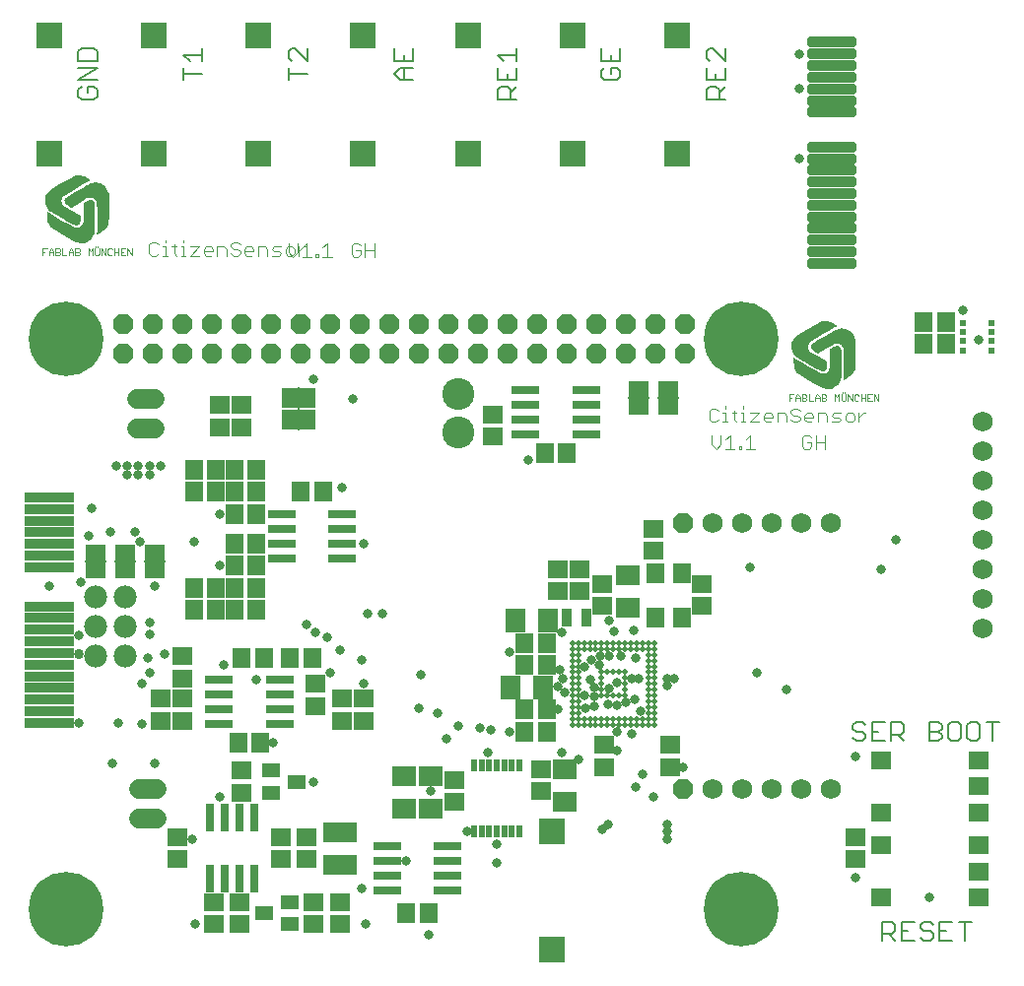
<source format=gbr>
G04 EAGLE Gerber RS-274X export*
G75*
%MOMM*%
%FSLAX34Y34*%
%LPD*%
%INSoldermask Top*%
%IPPOS*%
%AMOC8*
5,1,8,0,0,1.08239X$1,22.5*%
G01*
%ADD10C,0.152400*%
%ADD11C,0.101600*%
%ADD12C,0.050800*%
%ADD13R,1.703200X1.503200*%
%ADD14R,1.503200X1.703200*%
%ADD15R,1.803200X2.003200*%
%ADD16R,2.003200X1.803200*%
%ADD17C,0.508000*%
%ADD18R,0.803200X2.403200*%
%ADD19C,1.727200*%
%ADD20C,6.403200*%
%ADD21P,1.869504X8X22.500000*%
%ADD22R,1.503200X1.803200*%
%ADD23R,0.903200X1.603200*%
%ADD24R,2.903200X1.803200*%
%ADD25R,1.803200X1.603200*%
%ADD26R,1.371600X1.803400*%
%ADD27R,0.152400X1.828800*%
%ADD28R,1.603200X1.203200*%
%ADD29R,4.203200X0.953200*%
%ADD30R,2.403200X0.803200*%
%ADD31C,0.478694*%
%ADD32R,2.184400X2.184400*%
%ADD33R,1.803400X1.371600*%
%ADD34R,1.828800X0.152400*%
%ADD35C,1.981200*%
%ADD36R,0.603200X0.603200*%
%ADD37P,1.869504X8X112.500000*%
%ADD38R,0.553200X1.103200*%
%ADD39C,2.743200*%
%ADD40C,1.727200*%
%ADD41C,0.812800*%
%ADD42C,0.858000*%

G36*
X50943Y607645D02*
X50943Y607645D01*
X50948Y607649D01*
X50956Y607647D01*
X52271Y608029D01*
X52277Y608035D01*
X52289Y608037D01*
X54650Y609606D01*
X54651Y609609D01*
X54656Y609611D01*
X56227Y610951D01*
X56228Y610954D01*
X56232Y610956D01*
X56908Y611701D01*
X56909Y611706D01*
X56915Y611711D01*
X58005Y613484D01*
X58004Y613486D01*
X58007Y613488D01*
X58729Y614855D01*
X58728Y614859D01*
X58732Y614862D01*
X58929Y615375D01*
X58928Y615379D01*
X58931Y615383D01*
X59290Y616823D01*
X59290Y616825D01*
X59291Y616827D01*
X59479Y617821D01*
X59478Y617823D01*
X59480Y617827D01*
X59514Y618204D01*
X59513Y618207D01*
X59514Y618210D01*
X59528Y621075D01*
X59527Y623783D01*
X59527Y623784D01*
X59521Y625203D01*
X59507Y630549D01*
X59500Y634476D01*
X59500Y635997D01*
X59500Y635998D01*
X59485Y638986D01*
X59471Y640453D01*
X59470Y640455D01*
X59471Y640457D01*
X59463Y640579D01*
X59460Y640584D01*
X59461Y640593D01*
X58968Y642222D01*
X58965Y642224D01*
X58965Y642229D01*
X58508Y643276D01*
X58503Y643279D01*
X58501Y643287D01*
X58256Y643633D01*
X58245Y643638D01*
X58232Y643653D01*
X56969Y644284D01*
X56964Y644283D01*
X56958Y644288D01*
X55940Y644572D01*
X55934Y644570D01*
X55927Y644574D01*
X55424Y644602D01*
X55416Y644597D01*
X55401Y644598D01*
X53114Y643825D01*
X53111Y643822D01*
X53106Y643822D01*
X51478Y643013D01*
X51477Y643012D01*
X51475Y643011D01*
X50416Y642395D01*
X49642Y641944D01*
X49638Y641938D01*
X49631Y641937D01*
X49618Y641907D01*
X49617Y641906D01*
X49617Y641903D01*
X49611Y641889D01*
X49615Y641688D01*
X49623Y633488D01*
X49613Y626162D01*
X49596Y625895D01*
X49023Y624078D01*
X48492Y622945D01*
X48155Y622421D01*
X46796Y621326D01*
X45783Y620767D01*
X45240Y620583D01*
X43748Y620600D01*
X42630Y620745D01*
X42074Y620882D01*
X36114Y624089D01*
X30850Y627127D01*
X25577Y630170D01*
X25576Y630170D01*
X20519Y633134D01*
X18776Y634186D01*
X18773Y634185D01*
X18772Y634188D01*
X18720Y634190D01*
X18597Y634140D01*
X18593Y634135D01*
X18562Y634105D01*
X18541Y634054D01*
X18543Y634043D01*
X18537Y634027D01*
X18576Y633271D01*
X18549Y632622D01*
X18550Y632621D01*
X18549Y632620D01*
X18543Y631955D01*
X18538Y631319D01*
X18540Y631317D01*
X18539Y631315D01*
X18718Y628191D01*
X18719Y628189D01*
X18718Y628186D01*
X18910Y626785D01*
X18911Y626784D01*
X18910Y626782D01*
X19071Y625918D01*
X19076Y625913D01*
X19076Y625903D01*
X20222Y623421D01*
X20225Y623419D01*
X20226Y623414D01*
X21190Y621912D01*
X21192Y621911D01*
X21193Y621907D01*
X21841Y621092D01*
X21846Y621090D01*
X21850Y621083D01*
X23577Y619676D01*
X23580Y619675D01*
X23582Y619672D01*
X24826Y618872D01*
X24827Y618872D01*
X25902Y618211D01*
X25903Y618211D01*
X25903Y618210D01*
X35546Y612555D01*
X43263Y608085D01*
X43267Y608085D01*
X43270Y608081D01*
X43620Y607932D01*
X43627Y607933D01*
X43637Y607927D01*
X48115Y607431D01*
X48120Y607433D01*
X48127Y607430D01*
X50943Y607645D01*
G37*
G36*
X692293Y482233D02*
X692293Y482233D01*
X692298Y482236D01*
X692306Y482235D01*
X693621Y482616D01*
X693627Y482622D01*
X693639Y482624D01*
X696000Y484194D01*
X696001Y484197D01*
X696006Y484198D01*
X697577Y485538D01*
X697578Y485542D01*
X697582Y485544D01*
X698258Y486289D01*
X698259Y486294D01*
X698265Y486298D01*
X699355Y488071D01*
X699354Y488073D01*
X699357Y488075D01*
X700079Y489443D01*
X700078Y489446D01*
X700082Y489449D01*
X700279Y489963D01*
X700278Y489966D01*
X700281Y489970D01*
X700640Y491411D01*
X700640Y491412D01*
X700641Y491414D01*
X700829Y492408D01*
X700828Y492411D01*
X700830Y492414D01*
X700864Y492792D01*
X700863Y492794D01*
X700864Y492797D01*
X700878Y495662D01*
X700878Y495663D01*
X700877Y498371D01*
X700871Y499790D01*
X700857Y505136D01*
X700850Y509063D01*
X700850Y510585D01*
X700835Y513574D01*
X700821Y515041D01*
X700820Y515042D01*
X700821Y515044D01*
X700813Y515166D01*
X700810Y515171D01*
X700811Y515181D01*
X700318Y516809D01*
X700315Y516811D01*
X700315Y516816D01*
X699858Y517863D01*
X699853Y517866D01*
X699851Y517874D01*
X699606Y518221D01*
X699595Y518225D01*
X699582Y518241D01*
X698319Y518871D01*
X698314Y518871D01*
X698308Y518875D01*
X697290Y519160D01*
X697284Y519158D01*
X697277Y519162D01*
X696774Y519189D01*
X696766Y519184D01*
X696751Y519186D01*
X694464Y518413D01*
X694461Y518410D01*
X694456Y518410D01*
X692828Y517601D01*
X692827Y517599D01*
X692825Y517599D01*
X691766Y516983D01*
X690992Y516532D01*
X690988Y516525D01*
X690981Y516524D01*
X690968Y516495D01*
X690967Y516493D01*
X690967Y516491D01*
X690961Y516476D01*
X690965Y516275D01*
X690973Y508076D01*
X690963Y500749D01*
X690946Y500483D01*
X690373Y498665D01*
X689842Y497532D01*
X689505Y497009D01*
X688146Y495914D01*
X687133Y495355D01*
X686590Y495171D01*
X685098Y495188D01*
X683980Y495333D01*
X683424Y495470D01*
X677464Y498677D01*
X672200Y501715D01*
X666927Y504757D01*
X666926Y504757D01*
X661869Y507722D01*
X660126Y508773D01*
X660123Y508773D01*
X660122Y508775D01*
X660070Y508777D01*
X659947Y508728D01*
X659943Y508722D01*
X659912Y508693D01*
X659891Y508641D01*
X659893Y508631D01*
X659887Y508614D01*
X659926Y507858D01*
X659899Y507209D01*
X659900Y507208D01*
X659899Y507207D01*
X659893Y506543D01*
X659888Y505907D01*
X659890Y505905D01*
X659889Y505903D01*
X660068Y502778D01*
X660069Y502776D01*
X660068Y502773D01*
X660260Y501373D01*
X660261Y501371D01*
X660260Y501370D01*
X660421Y500505D01*
X660426Y500500D01*
X660426Y500490D01*
X661572Y498009D01*
X661575Y498007D01*
X661576Y498001D01*
X662540Y496500D01*
X662542Y496499D01*
X662543Y496495D01*
X663191Y495680D01*
X663196Y495678D01*
X663200Y495670D01*
X664927Y494263D01*
X664930Y494263D01*
X664932Y494259D01*
X666176Y493460D01*
X666177Y493460D01*
X666177Y493459D01*
X667252Y492798D01*
X667253Y492798D01*
X676896Y487143D01*
X684613Y482672D01*
X684617Y482672D01*
X684620Y482669D01*
X684970Y482519D01*
X684977Y482521D01*
X684987Y482515D01*
X689465Y482018D01*
X689470Y482020D01*
X689477Y482018D01*
X692293Y482233D01*
G37*
G36*
X44427Y622651D02*
X44427Y622651D01*
X44436Y622658D01*
X44455Y622661D01*
X45633Y623440D01*
X45635Y623445D01*
X45642Y623448D01*
X46397Y624187D01*
X46399Y624193D01*
X46406Y624198D01*
X46681Y624619D01*
X46681Y624629D01*
X46690Y624641D01*
X47164Y627008D01*
X47163Y627012D01*
X47165Y627017D01*
X47278Y628831D01*
X47277Y628832D01*
X47278Y628835D01*
X47274Y630060D01*
X47271Y630956D01*
X47267Y630962D01*
X47269Y630969D01*
X47253Y630991D01*
X47252Y630999D01*
X47245Y631002D01*
X47238Y631010D01*
X47063Y631107D01*
X39957Y635200D01*
X33617Y638872D01*
X33395Y639020D01*
X32107Y640425D01*
X31392Y641451D01*
X31107Y642004D01*
X30838Y643729D01*
X30860Y644887D01*
X30973Y645449D01*
X31733Y646732D01*
X32418Y647627D01*
X32814Y648040D01*
X38572Y651599D01*
X43835Y654639D01*
X49106Y657684D01*
X54202Y660582D01*
X55984Y661566D01*
X55986Y661568D01*
X55988Y661568D01*
X56016Y661612D01*
X56035Y661743D01*
X56032Y661749D01*
X56022Y661791D01*
X55988Y661835D01*
X55978Y661838D01*
X55967Y661852D01*
X55292Y662196D01*
X54744Y662544D01*
X54743Y662544D01*
X54742Y662545D01*
X54170Y662882D01*
X54169Y662882D01*
X54169Y662883D01*
X53621Y663205D01*
X53619Y663204D01*
X53617Y663206D01*
X50822Y664613D01*
X50819Y664613D01*
X50817Y664615D01*
X49509Y665150D01*
X49507Y665150D01*
X49506Y665151D01*
X48677Y665444D01*
X48670Y665443D01*
X48662Y665448D01*
X45939Y665696D01*
X45936Y665694D01*
X45931Y665696D01*
X44149Y665612D01*
X44146Y665610D01*
X44142Y665611D01*
X43113Y665458D01*
X43108Y665454D01*
X43100Y665455D01*
X41018Y664663D01*
X41016Y664660D01*
X41012Y664660D01*
X39698Y663982D01*
X39697Y663982D01*
X38587Y663381D01*
X38586Y663381D01*
X28867Y657858D01*
X28867Y657857D01*
X21137Y653409D01*
X21135Y653406D01*
X21130Y653405D01*
X20826Y653177D01*
X20823Y653170D01*
X20813Y653164D01*
X18144Y649535D01*
X18144Y649529D01*
X18138Y649525D01*
X16916Y646978D01*
X16917Y646972D01*
X16912Y646966D01*
X16584Y645636D01*
X16587Y645629D01*
X16582Y645617D01*
X16761Y642788D01*
X16763Y642785D01*
X16762Y642780D01*
X17137Y640750D01*
X17140Y640747D01*
X17139Y640742D01*
X17447Y639785D01*
X17451Y639781D01*
X17451Y639774D01*
X18442Y637944D01*
X18444Y637943D01*
X18444Y637940D01*
X19267Y636631D01*
X19271Y636629D01*
X19271Y636627D01*
X19271Y636626D01*
X19272Y636625D01*
X19618Y636198D01*
X19621Y636196D01*
X19623Y636192D01*
X20691Y635160D01*
X20693Y635160D01*
X20694Y635158D01*
X21460Y634498D01*
X21463Y634498D01*
X21465Y634494D01*
X21775Y634276D01*
X21778Y634276D01*
X21780Y634273D01*
X24254Y632829D01*
X24255Y632829D01*
X26600Y631475D01*
X27833Y630771D01*
X32469Y628110D01*
X35874Y626152D01*
X37192Y625392D01*
X39787Y623910D01*
X39788Y623910D01*
X41065Y623189D01*
X41067Y623189D01*
X41068Y623187D01*
X41177Y623133D01*
X41184Y623133D01*
X41191Y623128D01*
X42848Y622740D01*
X42851Y622741D01*
X42855Y622739D01*
X43991Y622612D01*
X43996Y622614D01*
X44004Y622612D01*
X44427Y622651D01*
G37*
G36*
X685777Y497239D02*
X685777Y497239D01*
X685786Y497246D01*
X685805Y497249D01*
X686983Y498028D01*
X686985Y498032D01*
X686992Y498035D01*
X687747Y498775D01*
X687749Y498781D01*
X687756Y498785D01*
X688031Y499207D01*
X688031Y499216D01*
X688040Y499229D01*
X688514Y501596D01*
X688513Y501600D01*
X688515Y501604D01*
X688628Y503418D01*
X688627Y503420D01*
X688628Y503422D01*
X688624Y504647D01*
X688621Y505543D01*
X688617Y505549D01*
X688619Y505556D01*
X688603Y505578D01*
X688602Y505586D01*
X688595Y505589D01*
X688588Y505598D01*
X688413Y505694D01*
X681307Y509788D01*
X674967Y513460D01*
X674745Y513607D01*
X673457Y515012D01*
X672742Y516039D01*
X672457Y516592D01*
X672188Y518317D01*
X672210Y519474D01*
X672323Y520036D01*
X673083Y521319D01*
X673768Y522215D01*
X674164Y522628D01*
X679922Y526186D01*
X685185Y529226D01*
X690456Y532271D01*
X695552Y535169D01*
X697334Y536153D01*
X697336Y536155D01*
X697338Y536155D01*
X697366Y536199D01*
X697385Y536331D01*
X697382Y536337D01*
X697372Y536378D01*
X697338Y536422D01*
X697328Y536426D01*
X697317Y536439D01*
X696642Y536784D01*
X696094Y537131D01*
X696093Y537131D01*
X696092Y537133D01*
X695520Y537470D01*
X695519Y537470D01*
X694971Y537792D01*
X694969Y537792D01*
X694967Y537794D01*
X692172Y539201D01*
X692169Y539201D01*
X692167Y539203D01*
X690859Y539738D01*
X690857Y539737D01*
X690856Y539739D01*
X690027Y540032D01*
X690020Y540030D01*
X690012Y540035D01*
X687289Y540283D01*
X687286Y540281D01*
X687281Y540284D01*
X685499Y540199D01*
X685496Y540198D01*
X685492Y540199D01*
X684463Y540046D01*
X684458Y540042D01*
X684450Y540042D01*
X682368Y539251D01*
X682366Y539248D01*
X682362Y539248D01*
X681048Y538570D01*
X681047Y538569D01*
X679937Y537969D01*
X679936Y537968D01*
X670217Y532445D01*
X662487Y527997D01*
X662485Y527994D01*
X662480Y527993D01*
X662176Y527765D01*
X662173Y527758D01*
X662163Y527752D01*
X659494Y524122D01*
X659494Y524117D01*
X659488Y524112D01*
X658266Y521566D01*
X658267Y521560D01*
X658262Y521554D01*
X657934Y520224D01*
X657937Y520216D01*
X657932Y520205D01*
X658111Y517375D01*
X658113Y517373D01*
X658112Y517368D01*
X658487Y515337D01*
X658490Y515335D01*
X658489Y515330D01*
X658797Y514372D01*
X658801Y514369D01*
X658801Y514362D01*
X659792Y512531D01*
X659794Y512530D01*
X659794Y512527D01*
X660617Y511218D01*
X660621Y511217D01*
X660621Y511215D01*
X660621Y511214D01*
X660622Y511212D01*
X660968Y510785D01*
X660971Y510784D01*
X660973Y510779D01*
X662041Y509748D01*
X662043Y509747D01*
X662044Y509745D01*
X662810Y509085D01*
X662813Y509085D01*
X662815Y509082D01*
X663125Y508864D01*
X663128Y508863D01*
X663130Y508861D01*
X665604Y507416D01*
X665605Y507416D01*
X667950Y506062D01*
X669183Y505359D01*
X673819Y502697D01*
X677224Y500740D01*
X678542Y499980D01*
X678542Y499979D01*
X681137Y498498D01*
X681138Y498498D01*
X682415Y497776D01*
X682417Y497776D01*
X682418Y497775D01*
X682527Y497720D01*
X682534Y497721D01*
X682541Y497715D01*
X684198Y497328D01*
X684201Y497329D01*
X684205Y497327D01*
X685341Y497199D01*
X685346Y497202D01*
X685354Y497199D01*
X685777Y497239D01*
G37*
G36*
X61621Y615000D02*
X61621Y615000D01*
X61629Y615007D01*
X61646Y615010D01*
X62282Y615422D01*
X62857Y615723D01*
X62857Y615724D01*
X62859Y615724D01*
X63437Y616051D01*
X63991Y616365D01*
X63991Y616367D01*
X63994Y616367D01*
X66610Y618085D01*
X66611Y618087D01*
X66614Y618088D01*
X67732Y618954D01*
X67732Y618955D01*
X67734Y618956D01*
X68402Y619527D01*
X68404Y619534D01*
X68413Y619539D01*
X69989Y621772D01*
X69989Y621776D01*
X69993Y621779D01*
X70811Y623365D01*
X70811Y623368D01*
X70814Y623370D01*
X71196Y624339D01*
X71195Y624345D01*
X71200Y624352D01*
X71555Y626550D01*
X71554Y626553D01*
X71556Y626557D01*
X71626Y628034D01*
X71625Y628035D01*
X71626Y628035D01*
X71661Y629297D01*
X71660Y629297D01*
X71661Y629298D01*
X71737Y640476D01*
X71750Y649395D01*
X71748Y649398D01*
X71749Y649403D01*
X71704Y649780D01*
X71699Y649786D01*
X71699Y649798D01*
X69890Y653924D01*
X69886Y653927D01*
X69885Y653934D01*
X68290Y656266D01*
X68285Y656268D01*
X68282Y656276D01*
X67294Y657224D01*
X67286Y657226D01*
X67279Y657235D01*
X64739Y658495D01*
X64735Y658495D01*
X64732Y658498D01*
X62786Y659188D01*
X62782Y659188D01*
X62778Y659191D01*
X61795Y659403D01*
X61791Y659401D01*
X61784Y659404D01*
X59703Y659461D01*
X59702Y659460D01*
X59699Y659461D01*
X58154Y659403D01*
X58151Y659401D01*
X58146Y659402D01*
X57603Y659316D01*
X57601Y659314D01*
X57596Y659315D01*
X56168Y658905D01*
X56167Y658904D01*
X56165Y658904D01*
X55210Y658570D01*
X55208Y658568D01*
X55204Y658568D01*
X54861Y658409D01*
X54859Y658407D01*
X54856Y658406D01*
X52368Y656985D01*
X52367Y656985D01*
X50022Y655631D01*
X50022Y655630D01*
X48796Y654915D01*
X44173Y652230D01*
X40776Y650261D01*
X39459Y649500D01*
X39458Y649499D01*
X36877Y647992D01*
X35614Y647247D01*
X35613Y647245D01*
X35611Y647245D01*
X35509Y647178D01*
X35506Y647172D01*
X35498Y647168D01*
X34334Y645927D01*
X34333Y645924D01*
X34329Y645921D01*
X33651Y645001D01*
X33651Y644996D01*
X33645Y644990D01*
X33467Y644604D01*
X33469Y644593D01*
X33462Y644574D01*
X33547Y643165D01*
X33551Y643161D01*
X33549Y643154D01*
X33812Y642130D01*
X33817Y642126D01*
X33817Y642117D01*
X34045Y641668D01*
X34053Y641663D01*
X34059Y641649D01*
X35872Y640055D01*
X35876Y640054D01*
X35879Y640050D01*
X37393Y639045D01*
X37395Y639045D01*
X37397Y639043D01*
X38460Y638434D01*
X39237Y637989D01*
X39244Y637989D01*
X39249Y637984D01*
X39301Y637990D01*
X39472Y638093D01*
X46570Y642200D01*
X52920Y645855D01*
X53159Y645974D01*
X55019Y646387D01*
X56266Y646493D01*
X56888Y646463D01*
X58516Y645834D01*
X59507Y645235D01*
X59938Y644857D01*
X60668Y643557D01*
X61102Y642516D01*
X61261Y641966D01*
X61464Y635201D01*
X61465Y629123D01*
X61467Y623035D01*
X61428Y617173D01*
X61389Y615138D01*
X61391Y615136D01*
X61389Y615133D01*
X61413Y615087D01*
X61518Y615005D01*
X61525Y615005D01*
X61566Y614993D01*
X61621Y615000D01*
G37*
G36*
X702971Y489588D02*
X702971Y489588D01*
X702979Y489595D01*
X702996Y489597D01*
X703632Y490010D01*
X704207Y490311D01*
X704207Y490312D01*
X704209Y490312D01*
X704787Y490639D01*
X705341Y490953D01*
X705341Y490955D01*
X705344Y490955D01*
X707960Y492672D01*
X707961Y492675D01*
X707964Y492675D01*
X709082Y493541D01*
X709082Y493543D01*
X709084Y493543D01*
X709752Y494115D01*
X709754Y494121D01*
X709763Y494126D01*
X711339Y496359D01*
X711339Y496363D01*
X711343Y496367D01*
X712161Y497952D01*
X712161Y497955D01*
X712164Y497958D01*
X712546Y498926D01*
X712545Y498932D01*
X712550Y498939D01*
X712905Y501138D01*
X712904Y501141D01*
X712906Y501145D01*
X712976Y502622D01*
X712975Y502622D01*
X712976Y502623D01*
X713011Y503884D01*
X713010Y503885D01*
X713011Y503886D01*
X713087Y515064D01*
X713100Y523983D01*
X713098Y523986D01*
X713099Y523990D01*
X713054Y524367D01*
X713049Y524373D01*
X713049Y524385D01*
X711240Y528511D01*
X711236Y528514D01*
X711235Y528522D01*
X709640Y530853D01*
X709635Y530855D01*
X709632Y530863D01*
X708644Y531812D01*
X708636Y531813D01*
X708629Y531822D01*
X706089Y533083D01*
X706085Y533082D01*
X706082Y533085D01*
X704136Y533776D01*
X704132Y533775D01*
X704128Y533778D01*
X703145Y533990D01*
X703141Y533989D01*
X703134Y533992D01*
X701053Y534049D01*
X701052Y534048D01*
X701049Y534049D01*
X699504Y533991D01*
X699501Y533989D01*
X699496Y533990D01*
X698953Y533904D01*
X698951Y533901D01*
X698946Y533902D01*
X697518Y533493D01*
X697517Y533492D01*
X697515Y533492D01*
X696560Y533158D01*
X696558Y533155D01*
X696554Y533155D01*
X696211Y532996D01*
X696209Y532994D01*
X696206Y532994D01*
X693718Y531573D01*
X693717Y531573D01*
X691372Y530218D01*
X690146Y529503D01*
X685523Y526818D01*
X682126Y524849D01*
X680809Y524087D01*
X680808Y524087D01*
X678227Y522580D01*
X676964Y521834D01*
X676963Y521833D01*
X676961Y521833D01*
X676859Y521765D01*
X676856Y521759D01*
X676848Y521756D01*
X675684Y520515D01*
X675683Y520511D01*
X675679Y520509D01*
X675001Y519589D01*
X675001Y519583D01*
X674995Y519578D01*
X674817Y519192D01*
X674819Y519181D01*
X674812Y519162D01*
X674897Y517753D01*
X674901Y517749D01*
X674899Y517741D01*
X675162Y516717D01*
X675167Y516713D01*
X675167Y516704D01*
X675395Y516256D01*
X675403Y516251D01*
X675409Y516237D01*
X677222Y514642D01*
X677226Y514642D01*
X677229Y514637D01*
X678743Y513632D01*
X678745Y513632D01*
X678747Y513630D01*
X679810Y513021D01*
X680587Y512576D01*
X680594Y512577D01*
X680599Y512571D01*
X680651Y512577D01*
X680822Y512681D01*
X687920Y516788D01*
X694270Y520442D01*
X694509Y520562D01*
X696369Y520974D01*
X697616Y521080D01*
X698238Y521051D01*
X699866Y520421D01*
X700857Y519823D01*
X701288Y519444D01*
X702018Y518145D01*
X702452Y517104D01*
X702611Y516554D01*
X702814Y509788D01*
X702815Y503710D01*
X702817Y497623D01*
X702778Y491761D01*
X702739Y489725D01*
X702741Y489723D01*
X702739Y489721D01*
X702763Y489675D01*
X702868Y489593D01*
X702875Y489592D01*
X702916Y489580D01*
X702971Y489588D01*
G37*
D10*
X736187Y7912D02*
X736187Y24182D01*
X744322Y24182D01*
X747034Y21470D01*
X747034Y16047D01*
X744322Y13335D01*
X736187Y13335D01*
X741610Y13335D02*
X747034Y7912D01*
X752559Y24182D02*
X763405Y24182D01*
X752559Y24182D02*
X752559Y7912D01*
X763405Y7912D01*
X757982Y16047D02*
X752559Y16047D01*
X777065Y24182D02*
X779777Y21470D01*
X777065Y24182D02*
X771642Y24182D01*
X768930Y21470D01*
X768930Y18759D01*
X771642Y16047D01*
X777065Y16047D01*
X779777Y13335D01*
X779777Y10624D01*
X777065Y7912D01*
X771642Y7912D01*
X768930Y10624D01*
X785302Y24182D02*
X796148Y24182D01*
X785302Y24182D02*
X785302Y7912D01*
X796148Y7912D01*
X790725Y16047D02*
X785302Y16047D01*
X807097Y7912D02*
X807097Y24182D01*
X812520Y24182D02*
X801673Y24182D01*
X721634Y192920D02*
X718922Y195632D01*
X713499Y195632D01*
X710787Y192920D01*
X710787Y190209D01*
X713499Y187497D01*
X718922Y187497D01*
X721634Y184785D01*
X721634Y182074D01*
X718922Y179362D01*
X713499Y179362D01*
X710787Y182074D01*
X727159Y195632D02*
X738005Y195632D01*
X727159Y195632D02*
X727159Y179362D01*
X738005Y179362D01*
X732582Y187497D02*
X727159Y187497D01*
X743530Y179362D02*
X743530Y195632D01*
X751665Y195632D01*
X754377Y192920D01*
X754377Y187497D01*
X751665Y184785D01*
X743530Y184785D01*
X748953Y184785D02*
X754377Y179362D01*
X776273Y179362D02*
X776273Y195632D01*
X784408Y195632D01*
X787120Y192920D01*
X787120Y190209D01*
X784408Y187497D01*
X787120Y184785D01*
X787120Y182074D01*
X784408Y179362D01*
X776273Y179362D01*
X776273Y187497D02*
X784408Y187497D01*
X795356Y195632D02*
X800780Y195632D01*
X795356Y195632D02*
X792645Y192920D01*
X792645Y182074D01*
X795356Y179362D01*
X800780Y179362D01*
X803491Y182074D01*
X803491Y192920D01*
X800780Y195632D01*
X811728Y195632D02*
X817151Y195632D01*
X811728Y195632D02*
X809016Y192920D01*
X809016Y182074D01*
X811728Y179362D01*
X817151Y179362D01*
X819863Y182074D01*
X819863Y192920D01*
X817151Y195632D01*
X830811Y195632D02*
X830811Y179362D01*
X825388Y195632D02*
X836235Y195632D01*
X332931Y747481D02*
X322084Y747481D01*
X316661Y752905D01*
X322084Y758328D01*
X332931Y758328D01*
X324796Y758328D02*
X324796Y747481D01*
X316661Y763853D02*
X316661Y774700D01*
X316661Y763853D02*
X332931Y763853D01*
X332931Y774700D01*
X324796Y769276D02*
X324796Y763853D01*
X405561Y731110D02*
X421831Y731110D01*
X405561Y731110D02*
X405561Y739245D01*
X408272Y741956D01*
X413696Y741956D01*
X416407Y739245D01*
X416407Y731110D01*
X416407Y736533D02*
X421831Y741956D01*
X405561Y747481D02*
X405561Y758328D01*
X405561Y747481D02*
X421831Y747481D01*
X421831Y758328D01*
X413696Y752905D02*
X413696Y747481D01*
X410984Y763853D02*
X405561Y769276D01*
X421831Y769276D01*
X421831Y763853D02*
X421831Y774699D01*
X584948Y731110D02*
X601218Y731110D01*
X584948Y731110D02*
X584948Y739245D01*
X587660Y741956D01*
X593083Y741956D01*
X595795Y739245D01*
X595795Y731110D01*
X595795Y736533D02*
X601218Y741956D01*
X584948Y747481D02*
X584948Y758328D01*
X584948Y747481D02*
X601218Y747481D01*
X601218Y758328D01*
X593083Y752905D02*
X593083Y747481D01*
X601218Y763853D02*
X601218Y774699D01*
X601218Y763853D02*
X590371Y774699D01*
X587660Y774699D01*
X584948Y771988D01*
X584948Y766565D01*
X587660Y763853D01*
X497172Y758328D02*
X494461Y755616D01*
X494461Y750193D01*
X497172Y747481D01*
X508019Y747481D01*
X510731Y750193D01*
X510731Y755616D01*
X508019Y758328D01*
X502596Y758328D01*
X502596Y752905D01*
X494461Y763853D02*
X494461Y774700D01*
X494461Y763853D02*
X510731Y763853D01*
X510731Y774700D01*
X502596Y769276D02*
X502596Y763853D01*
X47910Y741956D02*
X45198Y739245D01*
X45198Y733821D01*
X47910Y731110D01*
X58756Y731110D01*
X61468Y733821D01*
X61468Y739245D01*
X58756Y741956D01*
X53333Y741956D01*
X53333Y736533D01*
X61468Y747481D02*
X45198Y747481D01*
X61468Y758328D01*
X45198Y758328D01*
X45198Y763853D02*
X61468Y763853D01*
X61468Y771988D01*
X58756Y774699D01*
X47910Y774699D01*
X45198Y771988D01*
X45198Y763853D01*
X135686Y752905D02*
X151956Y752905D01*
X135686Y758328D02*
X135686Y747481D01*
X141109Y763853D02*
X135686Y769276D01*
X151956Y769276D01*
X151956Y763853D02*
X151956Y774700D01*
X226173Y752905D02*
X242443Y752905D01*
X226173Y758328D02*
X226173Y747481D01*
X242443Y763853D02*
X242443Y774700D01*
X242443Y763853D02*
X231596Y774700D01*
X228885Y774700D01*
X226173Y771988D01*
X226173Y766565D01*
X228885Y763853D01*
D11*
X593096Y465352D02*
X595045Y463403D01*
X593096Y465352D02*
X589198Y465352D01*
X587249Y463403D01*
X587249Y455607D01*
X589198Y453658D01*
X593096Y453658D01*
X595045Y455607D01*
X598943Y461454D02*
X600892Y461454D01*
X600892Y453658D01*
X598943Y453658D02*
X602841Y453658D01*
X600892Y465352D02*
X600892Y467301D01*
X608688Y463403D02*
X608688Y455607D01*
X610637Y453658D01*
X610637Y461454D02*
X606739Y461454D01*
X614535Y461454D02*
X616484Y461454D01*
X616484Y453658D01*
X614535Y453658D02*
X618433Y453658D01*
X616484Y465352D02*
X616484Y467301D01*
X622331Y461454D02*
X630127Y461454D01*
X622331Y453658D01*
X630127Y453658D01*
X635974Y453658D02*
X639872Y453658D01*
X635974Y453658D02*
X634025Y455607D01*
X634025Y459505D01*
X635974Y461454D01*
X639872Y461454D01*
X641821Y459505D01*
X641821Y457556D01*
X634025Y457556D01*
X645719Y453658D02*
X645719Y461454D01*
X651566Y461454D01*
X653515Y459505D01*
X653515Y453658D01*
X665209Y463403D02*
X663260Y465352D01*
X659362Y465352D01*
X657413Y463403D01*
X657413Y461454D01*
X659362Y459505D01*
X663260Y459505D01*
X665209Y457556D01*
X665209Y455607D01*
X663260Y453658D01*
X659362Y453658D01*
X657413Y455607D01*
X671056Y453658D02*
X674954Y453658D01*
X671056Y453658D02*
X669107Y455607D01*
X669107Y459505D01*
X671056Y461454D01*
X674954Y461454D01*
X676903Y459505D01*
X676903Y457556D01*
X669107Y457556D01*
X680801Y453658D02*
X680801Y461454D01*
X686648Y461454D01*
X688597Y459505D01*
X688597Y453658D01*
X692495Y453658D02*
X698342Y453658D01*
X700291Y455607D01*
X698342Y457556D01*
X694444Y457556D01*
X692495Y459505D01*
X694444Y461454D01*
X700291Y461454D01*
X706138Y453658D02*
X710036Y453658D01*
X711985Y455607D01*
X711985Y459505D01*
X710036Y461454D01*
X706138Y461454D01*
X704189Y459505D01*
X704189Y455607D01*
X706138Y453658D01*
X715883Y453658D02*
X715883Y461454D01*
X715883Y457556D02*
X719781Y461454D01*
X721730Y461454D01*
X589471Y442414D02*
X589471Y434618D01*
X593368Y430721D01*
X597266Y434618D01*
X597266Y442414D01*
X601164Y438516D02*
X605062Y442414D01*
X605062Y430721D01*
X601164Y430721D02*
X608960Y430721D01*
X612858Y430721D02*
X612858Y432669D01*
X614807Y432669D01*
X614807Y430721D01*
X612858Y430721D01*
X618705Y438516D02*
X622603Y442414D01*
X622603Y430721D01*
X618705Y430721D02*
X626501Y430721D01*
X673105Y442414D02*
X675054Y440465D01*
X673105Y442414D02*
X669207Y442414D01*
X667258Y440465D01*
X667258Y432669D01*
X669207Y430721D01*
X673105Y430721D01*
X675054Y432669D01*
X675054Y436567D01*
X671156Y436567D01*
X678952Y430721D02*
X678952Y442414D01*
X678952Y436567D02*
X686748Y436567D01*
X686748Y430721D02*
X686748Y442414D01*
D12*
X655892Y471742D02*
X655892Y477334D01*
X659620Y477334D01*
X657756Y474538D02*
X655892Y474538D01*
X661505Y475470D02*
X661505Y471742D01*
X661505Y475470D02*
X663369Y477334D01*
X665233Y475470D01*
X665233Y471742D01*
X665233Y474538D02*
X661505Y474538D01*
X667118Y471742D02*
X667118Y477334D01*
X669914Y477334D01*
X670846Y476402D01*
X670846Y475470D01*
X669914Y474538D01*
X670846Y473606D01*
X670846Y472674D01*
X669914Y471742D01*
X667118Y471742D01*
X667118Y474538D02*
X669914Y474538D01*
X672731Y477334D02*
X672731Y471742D01*
X676459Y471742D01*
X678344Y471742D02*
X678344Y475470D01*
X680208Y477334D01*
X682072Y475470D01*
X682072Y471742D01*
X682072Y474538D02*
X678344Y474538D01*
X683957Y471742D02*
X683957Y477334D01*
X686753Y477334D01*
X687685Y476402D01*
X687685Y475470D01*
X686753Y474538D01*
X687685Y473606D01*
X687685Y472674D01*
X686753Y471742D01*
X683957Y471742D01*
X683957Y474538D02*
X686753Y474538D01*
X695183Y471742D02*
X695183Y477334D01*
X697047Y475470D01*
X698912Y477334D01*
X698912Y471742D01*
X700796Y472674D02*
X700796Y477334D01*
X700796Y472674D02*
X701728Y471742D01*
X703593Y471742D01*
X704525Y472674D01*
X704525Y477334D01*
X703593Y478266D02*
X703593Y479199D01*
X701728Y479199D02*
X701728Y478266D01*
X706409Y477334D02*
X706409Y471742D01*
X710138Y471742D02*
X706409Y477334D01*
X710138Y477334D02*
X710138Y471742D01*
X714819Y477334D02*
X715751Y476402D01*
X714819Y477334D02*
X712955Y477334D01*
X712022Y476402D01*
X712022Y472674D01*
X712955Y471742D01*
X714819Y471742D01*
X715751Y472674D01*
X717636Y471742D02*
X717636Y477334D01*
X717636Y474538D02*
X721364Y474538D01*
X721364Y477334D02*
X721364Y471742D01*
X723249Y477334D02*
X726977Y477334D01*
X723249Y477334D02*
X723249Y471742D01*
X726977Y471742D01*
X725113Y474538D02*
X723249Y474538D01*
X728862Y471742D02*
X728862Y477334D01*
X732590Y471742D01*
X732590Y477334D01*
X14542Y597154D02*
X14542Y602747D01*
X18270Y602747D01*
X16406Y599950D02*
X14542Y599950D01*
X20155Y600883D02*
X20155Y597154D01*
X20155Y600883D02*
X22019Y602747D01*
X23883Y600883D01*
X23883Y597154D01*
X23883Y599950D02*
X20155Y599950D01*
X25768Y597154D02*
X25768Y602747D01*
X28564Y602747D01*
X29496Y601815D01*
X29496Y600883D01*
X28564Y599950D01*
X29496Y599018D01*
X29496Y598086D01*
X28564Y597154D01*
X25768Y597154D01*
X25768Y599950D02*
X28564Y599950D01*
X31381Y602747D02*
X31381Y597154D01*
X35109Y597154D01*
X36994Y597154D02*
X36994Y600883D01*
X38858Y602747D01*
X40722Y600883D01*
X40722Y597154D01*
X40722Y599950D02*
X36994Y599950D01*
X42607Y597154D02*
X42607Y602747D01*
X45403Y602747D01*
X46335Y601815D01*
X46335Y600883D01*
X45403Y599950D01*
X46335Y599018D01*
X46335Y598086D01*
X45403Y597154D01*
X42607Y597154D01*
X42607Y599950D02*
X45403Y599950D01*
X53833Y597154D02*
X53833Y602747D01*
X55697Y600883D01*
X57562Y602747D01*
X57562Y597154D01*
X59446Y598086D02*
X59446Y602747D01*
X59446Y598086D02*
X60378Y597154D01*
X62243Y597154D01*
X63175Y598086D01*
X63175Y602747D01*
X62243Y603679D02*
X62243Y604611D01*
X60378Y604611D02*
X60378Y603679D01*
X65059Y602747D02*
X65059Y597154D01*
X68788Y597154D02*
X65059Y602747D01*
X68788Y602747D02*
X68788Y597154D01*
X73469Y602747D02*
X74401Y601815D01*
X73469Y602747D02*
X71605Y602747D01*
X70672Y601815D01*
X70672Y598086D01*
X71605Y597154D01*
X73469Y597154D01*
X74401Y598086D01*
X76286Y597154D02*
X76286Y602747D01*
X76286Y599950D02*
X80014Y599950D01*
X80014Y597154D02*
X80014Y602747D01*
X81899Y602747D02*
X85627Y602747D01*
X81899Y602747D02*
X81899Y597154D01*
X85627Y597154D01*
X83763Y599950D02*
X81899Y599950D01*
X87512Y597154D02*
X87512Y602747D01*
X91240Y597154D01*
X91240Y602747D01*
D11*
X112084Y608227D02*
X114033Y606278D01*
X112084Y608227D02*
X108186Y608227D01*
X106237Y606278D01*
X106237Y598482D01*
X108186Y596533D01*
X112084Y596533D01*
X114033Y598482D01*
X117931Y604329D02*
X119880Y604329D01*
X119880Y596533D01*
X117931Y596533D02*
X121829Y596533D01*
X119880Y608227D02*
X119880Y610176D01*
X127676Y606278D02*
X127676Y598482D01*
X129625Y596533D01*
X129625Y604329D02*
X125727Y604329D01*
X133523Y604329D02*
X135472Y604329D01*
X135472Y596533D01*
X133523Y596533D02*
X137421Y596533D01*
X135472Y608227D02*
X135472Y610176D01*
X141319Y604329D02*
X149115Y604329D01*
X141319Y596533D01*
X149115Y596533D01*
X154962Y596533D02*
X158860Y596533D01*
X154962Y596533D02*
X153013Y598482D01*
X153013Y602380D01*
X154962Y604329D01*
X158860Y604329D01*
X160809Y602380D01*
X160809Y600431D01*
X153013Y600431D01*
X164707Y596533D02*
X164707Y604329D01*
X170554Y604329D01*
X172503Y602380D01*
X172503Y596533D01*
X184197Y606278D02*
X182248Y608227D01*
X178350Y608227D01*
X176401Y606278D01*
X176401Y604329D01*
X178350Y602380D01*
X182248Y602380D01*
X184197Y600431D01*
X184197Y598482D01*
X182248Y596533D01*
X178350Y596533D01*
X176401Y598482D01*
X190044Y596533D02*
X193942Y596533D01*
X190044Y596533D02*
X188095Y598482D01*
X188095Y602380D01*
X190044Y604329D01*
X193942Y604329D01*
X195891Y602380D01*
X195891Y600431D01*
X188095Y600431D01*
X199789Y596533D02*
X199789Y604329D01*
X205636Y604329D01*
X207585Y602380D01*
X207585Y596533D01*
X211483Y596533D02*
X217329Y596533D01*
X219278Y598482D01*
X217329Y600431D01*
X213431Y600431D01*
X211483Y602380D01*
X213431Y604329D01*
X219278Y604329D01*
X225125Y596533D02*
X229023Y596533D01*
X230972Y598482D01*
X230972Y602380D01*
X229023Y604329D01*
X225125Y604329D01*
X223176Y602380D01*
X223176Y598482D01*
X225125Y596533D01*
X234870Y596533D02*
X234870Y604329D01*
X234870Y600431D02*
X238768Y604329D01*
X240717Y604329D01*
X225933Y607514D02*
X225933Y599718D01*
X229831Y595821D01*
X233729Y599718D01*
X233729Y607514D01*
X237627Y603616D02*
X241525Y607514D01*
X241525Y595821D01*
X237627Y595821D02*
X245423Y595821D01*
X249321Y595821D02*
X249321Y597769D01*
X251270Y597769D01*
X251270Y595821D01*
X249321Y595821D01*
X255168Y603616D02*
X259066Y607514D01*
X259066Y595821D01*
X255168Y595821D02*
X262964Y595821D01*
X285755Y607514D02*
X287704Y605565D01*
X285755Y607514D02*
X281857Y607514D01*
X279908Y605565D01*
X279908Y597769D01*
X281857Y595821D01*
X285755Y595821D01*
X287704Y597769D01*
X287704Y601667D01*
X283806Y601667D01*
X291602Y595821D02*
X291602Y607514D01*
X291602Y601667D02*
X299398Y601667D01*
X299398Y595821D02*
X299398Y607514D01*
D13*
X476250Y327000D03*
X476250Y308000D03*
X495300Y295300D03*
X495300Y314300D03*
D14*
X447650Y263525D03*
X428650Y263525D03*
D15*
X448975Y282575D03*
X420975Y282575D03*
D16*
X517525Y293975D03*
X517525Y321975D03*
D13*
X496888Y176188D03*
X496888Y157188D03*
X457200Y327000D03*
X457200Y308000D03*
X581025Y314300D03*
X581025Y295300D03*
X539750Y361925D03*
X539750Y342925D03*
X219075Y96813D03*
X219075Y77813D03*
X130175Y96813D03*
X130175Y77813D03*
X184150Y41250D03*
X184150Y22250D03*
D14*
X447650Y206375D03*
X428650Y206375D03*
D15*
X444213Y225425D03*
X416213Y225425D03*
D17*
X539825Y263600D03*
X539825Y258600D03*
X539825Y253600D03*
X539825Y248600D03*
X539825Y243600D03*
X539825Y238600D03*
X539825Y233600D03*
X539825Y228600D03*
X539825Y223600D03*
X539825Y218600D03*
X539825Y213600D03*
X539825Y208600D03*
X539825Y203600D03*
X539825Y198600D03*
X539825Y193600D03*
X534825Y263600D03*
X534825Y258600D03*
X534825Y253600D03*
X534825Y248600D03*
X534825Y243600D03*
X534825Y238600D03*
X534825Y233600D03*
X534825Y228600D03*
X534825Y223600D03*
X534825Y218600D03*
X534825Y213600D03*
X534825Y208600D03*
X534825Y203600D03*
X534825Y198600D03*
X534825Y193600D03*
X529825Y263600D03*
X529825Y258600D03*
X529825Y198600D03*
X529825Y193600D03*
X524825Y263600D03*
X524825Y258600D03*
X524825Y198600D03*
X524825Y193600D03*
X519825Y263600D03*
X519825Y258600D03*
X519825Y198600D03*
X519825Y193600D03*
X514825Y263600D03*
X514825Y258600D03*
X514825Y238600D03*
X514825Y233600D03*
X514825Y228600D03*
X514825Y223600D03*
X514825Y218600D03*
X514825Y198600D03*
X514825Y193600D03*
X509825Y263600D03*
X509825Y258600D03*
X509825Y238600D03*
X509825Y218600D03*
X509825Y198600D03*
X509825Y193600D03*
X504825Y263600D03*
X504825Y258600D03*
X504825Y238600D03*
X504825Y218600D03*
X504825Y198600D03*
X504825Y193600D03*
X499825Y263600D03*
X499825Y258600D03*
X499825Y238600D03*
X499825Y218600D03*
X499825Y198600D03*
X499825Y193600D03*
X494825Y263600D03*
X494825Y258600D03*
X494825Y238600D03*
X494825Y233600D03*
X494825Y228600D03*
X494825Y223600D03*
X494825Y218600D03*
X494825Y198600D03*
X494825Y193600D03*
X489825Y263600D03*
X489825Y258600D03*
X489825Y198600D03*
X489825Y193600D03*
X484825Y263600D03*
X484825Y258600D03*
X484825Y198600D03*
X484825Y193600D03*
X479825Y263600D03*
X479825Y258600D03*
X479825Y198600D03*
X479825Y193600D03*
X474825Y263600D03*
X474825Y258600D03*
X474825Y253600D03*
X474825Y248600D03*
X474825Y243600D03*
X474825Y238600D03*
X474825Y233600D03*
X474825Y228600D03*
X474825Y223600D03*
X474825Y218600D03*
X474825Y213600D03*
X474825Y208600D03*
X474825Y203600D03*
X474825Y198600D03*
X474825Y193600D03*
X469825Y263600D03*
X469825Y258600D03*
X469825Y253600D03*
X469825Y248600D03*
X469825Y243600D03*
X469825Y238600D03*
X469825Y233600D03*
X469825Y228600D03*
X469825Y223600D03*
X469825Y218600D03*
X469825Y213600D03*
X469825Y208600D03*
X469825Y203600D03*
X469825Y198600D03*
X469825Y193600D03*
D18*
X171450Y61313D03*
X171450Y113313D03*
X158750Y61313D03*
X184150Y61313D03*
X196850Y61313D03*
X158750Y113313D03*
X184150Y113313D03*
X196850Y113313D03*
D19*
X822325Y276225D03*
X822325Y301625D03*
X822325Y327025D03*
X822325Y352425D03*
X822325Y377825D03*
X822325Y403225D03*
X822325Y428625D03*
X822325Y454025D03*
D20*
X35000Y35000D03*
X615000Y35000D03*
X615000Y525000D03*
X35000Y525000D03*
D21*
X83700Y512300D03*
X109100Y512300D03*
X134500Y512300D03*
X159900Y512300D03*
X185300Y512300D03*
X210700Y512300D03*
X83700Y537700D03*
X109100Y537700D03*
X134500Y537700D03*
X159900Y537700D03*
X185300Y537700D03*
X210700Y537700D03*
X236100Y512300D03*
X236100Y537700D03*
X261500Y512300D03*
X286900Y512300D03*
X312300Y512300D03*
X337700Y512300D03*
X363100Y512300D03*
X388500Y512300D03*
X261500Y537700D03*
X286900Y537700D03*
X312300Y537700D03*
X337700Y537700D03*
X363100Y537700D03*
X388500Y537700D03*
X413900Y512300D03*
X413900Y537700D03*
X439300Y512300D03*
X464700Y512300D03*
X490100Y512300D03*
X515500Y512300D03*
X540900Y512300D03*
X566300Y512300D03*
X439300Y537700D03*
X464700Y537700D03*
X490100Y537700D03*
X515500Y537700D03*
X540900Y537700D03*
X566300Y537700D03*
D22*
X540950Y285800D03*
X540950Y323800D03*
X563950Y323800D03*
X563950Y285800D03*
D23*
X481575Y285750D03*
X464575Y285750D03*
D13*
X185738Y134963D03*
X185738Y153963D03*
X241300Y77813D03*
X241300Y96813D03*
D24*
X269875Y73313D03*
X269875Y101313D03*
D13*
X161925Y22250D03*
X161925Y41250D03*
X247650Y41250D03*
X247650Y22250D03*
X269875Y41250D03*
X269875Y22250D03*
X712725Y96825D03*
X712725Y77825D03*
D14*
X447650Y244475D03*
X428650Y244475D03*
X447650Y187325D03*
X428650Y187325D03*
D25*
X734700Y118000D03*
X818700Y118000D03*
X818700Y140500D03*
X818700Y163000D03*
X734700Y163000D03*
X734700Y44975D03*
X818700Y44975D03*
X818700Y67475D03*
X818700Y89975D03*
X734700Y89975D03*
D26*
X242570Y474663D03*
X227330Y474663D03*
D27*
X234950Y474663D03*
D26*
X227330Y455613D03*
X242570Y455613D03*
D27*
X234950Y455613D03*
D28*
X226900Y22250D03*
X226900Y41250D03*
X204900Y31750D03*
X211250Y153963D03*
X211250Y134963D03*
X233250Y144463D03*
D29*
X20000Y295150D03*
X20000Y285150D03*
X20000Y275150D03*
X20000Y265150D03*
X20000Y255150D03*
X20000Y245150D03*
X20000Y235150D03*
X20000Y195150D03*
X20000Y225150D03*
X20000Y215150D03*
X20000Y205150D03*
X20000Y328850D03*
X20000Y338850D03*
X20000Y348850D03*
X20000Y358850D03*
X20000Y368850D03*
X20000Y378850D03*
X20000Y388850D03*
D30*
X220063Y361950D03*
X272063Y361950D03*
X220063Y374650D03*
X220063Y349250D03*
X220063Y336550D03*
X272063Y374650D03*
X272063Y349250D03*
X272063Y336550D03*
D14*
X198413Y349250D03*
X179413Y349250D03*
X198413Y374650D03*
X179413Y374650D03*
X198413Y330200D03*
X179413Y330200D03*
X144488Y393700D03*
X163488Y393700D03*
X144488Y311150D03*
X163488Y311150D03*
X144488Y292100D03*
X163488Y292100D03*
X144488Y412750D03*
X163488Y412750D03*
X179413Y393700D03*
X198413Y393700D03*
X179413Y311150D03*
X198413Y311150D03*
X198413Y412750D03*
X179413Y412750D03*
X198413Y292100D03*
X179413Y292100D03*
X255563Y393700D03*
X236563Y393700D03*
D30*
X166088Y219075D03*
X218088Y219075D03*
X166088Y231775D03*
X166088Y206375D03*
X166088Y193675D03*
X218088Y231775D03*
X218088Y206375D03*
X218088Y193675D03*
D13*
X134938Y215875D03*
X134938Y196875D03*
X115888Y215875D03*
X115888Y196875D03*
X134938Y252388D03*
X134938Y233388D03*
D14*
X185763Y250825D03*
X204763Y250825D03*
D13*
X249238Y209575D03*
X249238Y228575D03*
X290513Y196875D03*
X290513Y215875D03*
X271463Y215875D03*
X271463Y196875D03*
D14*
X246038Y250825D03*
X227038Y250825D03*
D31*
X673877Y602123D02*
X711123Y602123D01*
X711123Y597877D01*
X673877Y597877D01*
X673877Y602123D01*
X673877Y592123D02*
X711123Y592123D01*
X711123Y587877D01*
X673877Y587877D01*
X673877Y592123D01*
X673877Y612123D02*
X711123Y612123D01*
X711123Y607877D01*
X673877Y607877D01*
X673877Y612123D01*
X673877Y622123D02*
X711123Y622123D01*
X711123Y617877D01*
X673877Y617877D01*
X673877Y622123D01*
X673877Y632123D02*
X711123Y632123D01*
X711123Y627877D01*
X673877Y627877D01*
X673877Y632123D01*
X673877Y642123D02*
X711123Y642123D01*
X711123Y637877D01*
X673877Y637877D01*
X673877Y642123D01*
X673877Y652123D02*
X711123Y652123D01*
X711123Y647877D01*
X673877Y647877D01*
X673877Y652123D01*
X673877Y662123D02*
X711123Y662123D01*
X711123Y657877D01*
X673877Y657877D01*
X673877Y662123D01*
X673877Y672123D02*
X711123Y672123D01*
X711123Y667877D01*
X673877Y667877D01*
X673877Y672123D01*
X673877Y682123D02*
X711123Y682123D01*
X711123Y677877D01*
X673877Y677877D01*
X673877Y682123D01*
X673877Y692123D02*
X711123Y692123D01*
X711123Y687877D01*
X673877Y687877D01*
X673877Y692123D01*
X673877Y722123D02*
X711123Y722123D01*
X711123Y717877D01*
X673877Y717877D01*
X673877Y722123D01*
X673877Y732123D02*
X711123Y732123D01*
X711123Y727877D01*
X673877Y727877D01*
X673877Y732123D01*
X673877Y742123D02*
X711123Y742123D01*
X711123Y737877D01*
X673877Y737877D01*
X673877Y742123D01*
X673877Y752123D02*
X711123Y752123D01*
X711123Y747877D01*
X673877Y747877D01*
X673877Y752123D01*
X673877Y762123D02*
X711123Y762123D01*
X711123Y757877D01*
X673877Y757877D01*
X673877Y762123D01*
X673877Y772123D02*
X711123Y772123D01*
X711123Y767877D01*
X673877Y767877D01*
X673877Y772123D01*
X673877Y782123D02*
X711123Y782123D01*
X711123Y777877D01*
X673877Y777877D01*
X673877Y782123D01*
D32*
X290000Y684200D03*
X290000Y785800D03*
X380000Y684200D03*
X380000Y785800D03*
X470000Y684200D03*
X470000Y785800D03*
X560000Y684200D03*
X560000Y785800D03*
X110000Y684200D03*
X110000Y785800D03*
X200000Y684200D03*
X200000Y785800D03*
X20000Y684200D03*
X20000Y785800D03*
D13*
X554038Y176188D03*
X554038Y157188D03*
X166688Y468288D03*
X166688Y449288D03*
X185738Y468288D03*
X185738Y449288D03*
D33*
X527050Y482283D03*
X527050Y467043D03*
D34*
X527050Y474663D03*
D33*
X552450Y482283D03*
X552450Y467043D03*
D34*
X552450Y474663D03*
D35*
X85725Y303213D03*
X85725Y277813D03*
X85725Y252413D03*
X60325Y303213D03*
X60325Y277813D03*
X60325Y252413D03*
D33*
X85725Y340995D03*
X85725Y325755D03*
D34*
X85725Y333375D03*
D33*
X60325Y340995D03*
X60325Y325755D03*
D34*
X60325Y333375D03*
D36*
X805563Y523050D03*
X805563Y515050D03*
X805563Y531050D03*
X805563Y539050D03*
X829563Y539050D03*
X829563Y531050D03*
X829563Y523050D03*
X829563Y515050D03*
D14*
X346050Y31750D03*
X327050Y31750D03*
X201588Y177800D03*
X182588Y177800D03*
X790550Y539750D03*
X771550Y539750D03*
X790550Y520700D03*
X771550Y520700D03*
D37*
X564500Y138000D03*
D19*
X589900Y138000D03*
X615300Y138000D03*
X640700Y138000D03*
X666100Y138000D03*
X691500Y138000D03*
D37*
X564500Y366600D03*
D19*
X589900Y366600D03*
X615300Y366600D03*
X640700Y366600D03*
X666100Y366600D03*
X691500Y366600D03*
D33*
X111125Y340995D03*
X111125Y325755D03*
D34*
X111125Y333375D03*
D30*
X362550Y63500D03*
X310550Y63500D03*
X362550Y50800D03*
X362550Y76200D03*
X362550Y88900D03*
X310550Y50800D03*
X310550Y76200D03*
X310550Y88900D03*
D32*
X452438Y0D03*
X452438Y101600D03*
D38*
X424313Y158925D03*
X417813Y158925D03*
X411313Y158925D03*
X404813Y158925D03*
X398313Y158925D03*
X391813Y158925D03*
X385313Y158925D03*
X385313Y101425D03*
X391813Y101425D03*
X398313Y101425D03*
X404813Y101425D03*
X411313Y101425D03*
X417813Y101425D03*
X424313Y101425D03*
D13*
X368300Y146025D03*
X368300Y127025D03*
D16*
X347663Y148938D03*
X347663Y120938D03*
D13*
X442913Y155550D03*
X442913Y136550D03*
D16*
X463550Y155288D03*
X463550Y127288D03*
X325438Y148938D03*
X325438Y120938D03*
D30*
X481613Y455613D03*
X429613Y455613D03*
X481613Y442913D03*
X481613Y468313D03*
X481613Y481013D03*
X429613Y442913D03*
X429613Y468313D03*
X429613Y481013D03*
D13*
X401638Y460350D03*
X401638Y441350D03*
D39*
X371475Y477838D03*
D14*
X446113Y427038D03*
X465113Y427038D03*
D39*
X371475Y444500D03*
D40*
X112395Y112713D02*
X97155Y112713D01*
X97155Y138113D02*
X112395Y138113D01*
X110808Y447675D02*
X95568Y447675D01*
X95568Y473075D02*
X110808Y473075D01*
D41*
X520700Y233363D03*
X527050Y233363D03*
X550863Y233363D03*
X550863Y227013D03*
X557213Y233363D03*
X306388Y288925D03*
X74613Y160338D03*
X500063Y107950D03*
X495300Y103188D03*
X550863Y107950D03*
X550863Y95250D03*
X550863Y101600D03*
X493010Y244682D03*
X776700Y45250D03*
X628650Y238125D03*
X505378Y273356D03*
X735013Y327025D03*
X501650Y282575D03*
X747713Y352425D03*
X511175Y252413D03*
X501650Y252413D03*
X46038Y195263D03*
X79375Y195263D03*
X523875Y250825D03*
X522288Y274638D03*
X486033Y249162D03*
X460375Y273050D03*
X508407Y229446D03*
X508361Y171334D03*
X712725Y61925D03*
X292100Y22225D03*
X142875Y95250D03*
X111125Y160338D03*
X198438Y231775D03*
X290513Y228600D03*
X271463Y396875D03*
X346075Y12700D03*
X565150Y157163D03*
X804863Y549275D03*
X819150Y523875D03*
X166688Y131763D03*
X212725Y177800D03*
X327025Y76200D03*
X474663Y163513D03*
X379413Y101600D03*
X347663Y136525D03*
X431800Y420688D03*
X500519Y211295D03*
X400050Y188913D03*
X280988Y473075D03*
X247650Y490538D03*
X508000Y187325D03*
X390525Y190500D03*
X488533Y217444D03*
X339725Y236538D03*
X463098Y221429D03*
X288925Y249238D03*
X461196Y233198D03*
X269875Y257175D03*
X458870Y240493D03*
X258763Y268288D03*
X460375Y169863D03*
X396875Y169863D03*
X480982Y207946D03*
X354013Y203200D03*
X493544Y252481D03*
X713200Y165900D03*
X654050Y223838D03*
X87313Y407988D03*
X77788Y415925D03*
X87313Y415925D03*
X96838Y415925D03*
X106363Y415925D03*
X115888Y415925D03*
X106363Y407988D03*
X96838Y407988D03*
X100013Y193675D03*
X293688Y288925D03*
X100013Y228600D03*
X501362Y224560D03*
X261938Y238125D03*
X104775Y250825D03*
X20638Y312738D03*
X57150Y379413D03*
X415925Y255588D03*
X480072Y243529D03*
X488950Y209550D03*
X415925Y187325D03*
X508225Y210146D03*
X361950Y180975D03*
X520700Y185738D03*
X515616Y212331D03*
X371475Y192088D03*
X169863Y244475D03*
X119063Y254000D03*
X106363Y238125D03*
X247650Y144463D03*
D42*
X46038Y254000D03*
D41*
X457036Y226150D03*
X46038Y269875D03*
X106363Y271463D03*
X249238Y273050D03*
X111125Y312738D03*
X488834Y225647D03*
X47625Y315913D03*
X106363Y280988D03*
X241300Y279400D03*
X146050Y22225D03*
X288925Y52388D03*
X457200Y206375D03*
X479824Y218853D03*
X166688Y374650D03*
X166688Y330200D03*
X290513Y349250D03*
X338138Y207963D03*
X665000Y740000D03*
X665000Y769525D03*
X665000Y680000D03*
X528638Y204788D03*
X523875Y139700D03*
X404813Y90488D03*
X404813Y74613D03*
X522908Y215164D03*
X530225Y150813D03*
X622300Y328613D03*
X53975Y355600D03*
X98425Y350838D03*
X144463Y350838D03*
X73025Y358775D03*
X93663Y358775D03*
X484951Y232457D03*
X539750Y131763D03*
M02*

</source>
